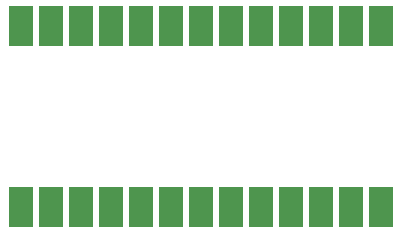
<source format=gbp>
G04*
G04 #@! TF.GenerationSoftware,Altium Limited,Altium Designer,25.3.2 (17)*
G04*
G04 Layer_Color=128*
%FSLAX43Y43*%
%MOMM*%
G71*
G04*
G04 #@! TF.SameCoordinates,9A78E016-BF11-4ED0-8CD3-159F53B44DCF*
G04*
G04*
G04 #@! TF.FilePolarity,Positive*
G04*
G01*
G75*
%ADD26R,2.000X3.500*%
D26*
X4140Y119300D02*
D03*
X6680D02*
D03*
X9220D02*
D03*
X11760D02*
D03*
X14300D02*
D03*
X16840D02*
D03*
X19380D02*
D03*
X21920D02*
D03*
X24460D02*
D03*
X27000D02*
D03*
X29540D02*
D03*
X32080D02*
D03*
X34620D02*
D03*
X4140Y104000D02*
D03*
X6680D02*
D03*
X9220D02*
D03*
X11760D02*
D03*
X14300D02*
D03*
X16840D02*
D03*
X19380D02*
D03*
X21920D02*
D03*
X24460D02*
D03*
X27000D02*
D03*
X29540D02*
D03*
X32080D02*
D03*
X34620D02*
D03*
M02*

</source>
